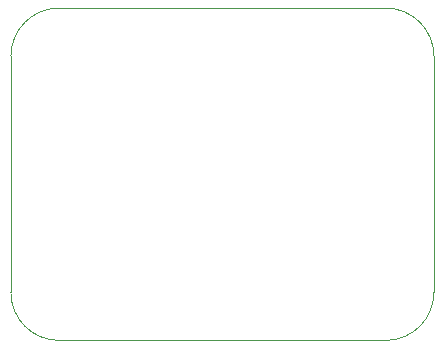
<source format=gbr>
G04 #@! TF.GenerationSoftware,KiCad,Pcbnew,(5.1.2)-2*
G04 #@! TF.CreationDate,2019-09-03T21:56:16-05:00*
G04 #@! TF.ProjectId,JoystickBoard_Rev1,4a6f7973-7469-4636-9b42-6f6172645f52,rev?*
G04 #@! TF.SameCoordinates,Original*
G04 #@! TF.FileFunction,Paste,Bot*
G04 #@! TF.FilePolarity,Positive*
%FSLAX46Y46*%
G04 Gerber Fmt 4.6, Leading zero omitted, Abs format (unit mm)*
G04 Created by KiCad (PCBNEW (5.1.2)-2) date 2019-09-03 21:56:16*
%MOMM*%
%LPD*%
G04 APERTURE LIST*
%ADD10C,0.050000*%
G04 APERTURE END LIST*
D10*
X132588000Y-110680500D02*
X132588000Y-90678000D01*
X136652000Y-114744500D02*
G75*
G02X132588000Y-110680500I0J4064000D01*
G01*
X164338000Y-114744500D02*
X136652000Y-114744500D01*
X168402000Y-90678000D02*
X168402000Y-110680500D01*
X168402000Y-110680500D02*
G75*
G02X164338000Y-114744500I-4064000J0D01*
G01*
X164338000Y-86614000D02*
X136652000Y-86614000D01*
X132588000Y-90678000D02*
G75*
G02X136652000Y-86614000I4064000J0D01*
G01*
X164338000Y-86614000D02*
G75*
G02X168402000Y-90678000I0J-4064000D01*
G01*
M02*

</source>
